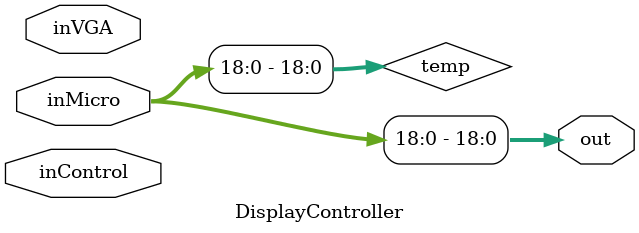
<source format=sv>
`timescale 1ns / 1ps

module DisplayController
(input logic inControl,
input logic [31:0] inMicro,
input logic [18:0] inVGA,
output logic [18:0] out);

logic [18:0] temp;


always_comb
begin
	if (inControl != 1'b0 & inControl != 1'b1 )
		temp <= inVGA;
	else
		temp <= inMicro[18:0];
end

assign out = temp;

endmodule
</source>
